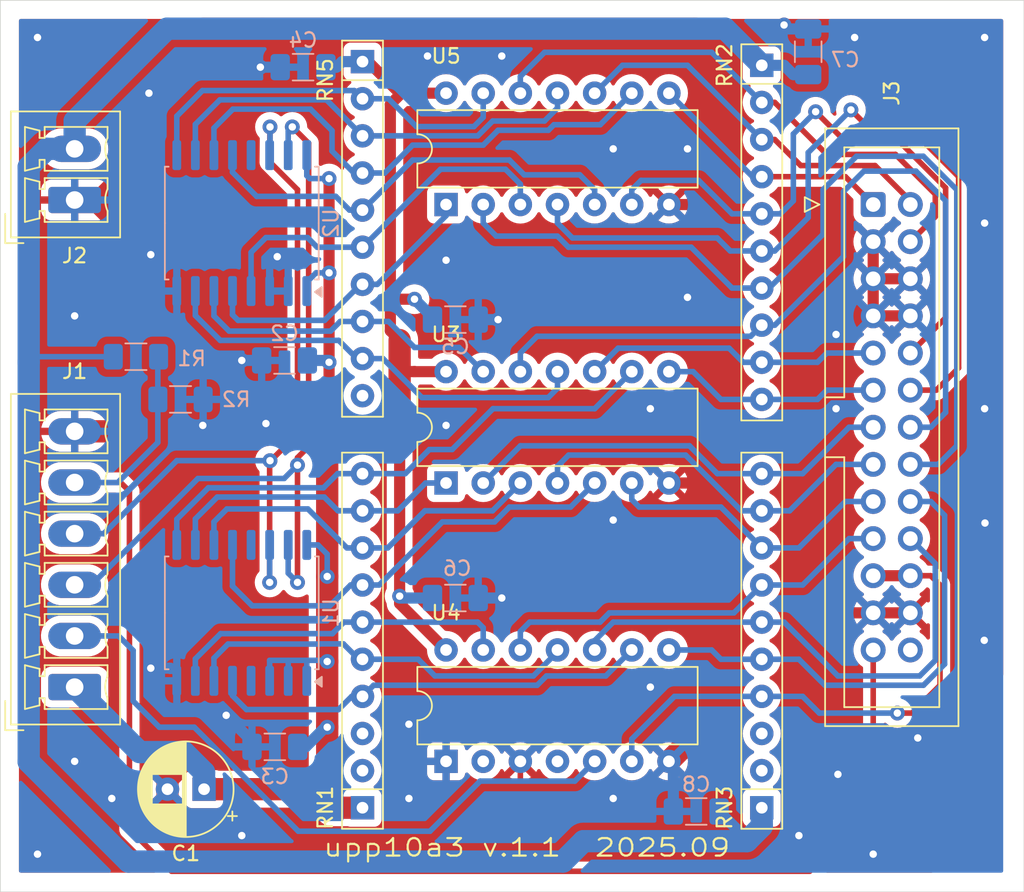
<source format=kicad_pcb>
(kicad_pcb (version 20221018) (generator pcbnew)
  (layers (0 "F.Cu" signal) (31 "B.Cu" signal) (34 "B.Paste" user) (35 "F.Paste" user) (36 "B.SilkS" user "B.Silkscreen") (37 "F.SilkS" user "F.Silkscreen") (38 "B.Mask" user) (39 "F.Mask" user) (44 "Edge.Cuts" user))
  (net 0 "")
  (net 1 "/+5V")
  (net 2 "/GND")
  (net 3 "Net-(J1-Pin_2)")
  (net 4 "/Sig2")
  (net 5 "Net-(J1-Pin_4)")
  (net 6 "/+15V")
  (net 7 "/AD1")
  (net 8 "/AD2")
  (net 9 "/AD0")
  (net 10 "/DAC05")
  (net 11 "/DAC04")
  (net 12 "/DAC06")
  (net 13 "/DAC03")
  (net 14 "/DAC07")
  (net 15 "/DAC02")
  (net 16 "/DAC08")
  (net 17 "/DAC01")
  (net 18 "/DAC09")
  (net 19 "/DAC00")
  (net 20 "/DAC10")
  (net 21 "/DAC11")
  (net 22 "/~{WR}")
  (net 28 "Net-(J1-Pin_3)")
  (net 29 "Net-(RN1-R7)")
  (net 30 "Net-(RN1-R8)")
  (net 31 "Net-(RN5-R1)")
  (net 33 "Net-(RN1-R5)")
  (net 34 "Net-(RN1-R6)")
  (net 36 "Net-(RN5-R2)")
  (net 37 "Net-(RN1-R4)")
  (net 39 "Net-(RN1-R3)")
  (net 40 "Net-(RN5-R5)")
  (net 41 "Net-(RN1-R9)")
  (net 45 "Net-(RN5-R3)")
  (net 46 "Net-(RN5-R4)")
  (net 47 "Net-(RN5-R8)")
  (net 48 "Net-(RN5-R7)")
  (net 49 "Net-(RN5-R6)")
  (footprint "Connector_IDC:IDC-Header_2x13_P2.54mm_Vertical" (layer "F.Cu") (at 110.49 90.17)
    (fp_text reference "J3")
    (fp_text value "IDC26")
  )
  (footprint "Resistor_THT:R_Array_SIP10" (layer "F.Cu") (at 102.87 80.645 -90)
    (fp_text reference "RN2")
    (fp_text value "9 x 4k7")
  )
  (footprint "Connector_Phoenix_MC:PhoenixContact_MCV_1,5_2-G-3.5_1x02_P3.50mm_Vertical" (layer "F.Cu") (at 55.88 89.86 90)
    (fp_text reference "J2")
    (fp_text value "Screw_Terminal_01x02" hide)
  )
  (footprint "Capacitor_THT:CP_Radial_D6.3mm_P2.50mm" (layer "F.Cu") (at 64.73 130.175 180)
    (fp_text reference "C1")
    (fp_text value "470u/6.3V")
  )
  (footprint "Resistor_THT:R_Array_SIP10" (layer "F.Cu") (at 75.565 80.391 -90)
    (fp_text reference "RN5")
    (fp_text value "9 x 10k")
  )
  (footprint "Package_DIP:CERDIP-14_W7.62mm_SideBrazed" (layer "F.Cu") (at 81.28 90.17 90)
    (fp_text reference "U5")
    (fp_text value "7407")
  )
  (footprint "Connector_Phoenix_MC:PhoenixContact_MCV_1,5_6-G-3.5_1x06_P3.50mm_Vertical" (layer "F.Cu") (at 55.88 123.19 90)
    (fp_text reference "J1")
    (fp_text value "Screw_Terminal_01x06" hide)
  )
  (footprint "Resistor_THT:R_Array_SIP10" (layer "F.Cu") (at 102.87 131.445 90)
    (fp_text reference "RN3")
    (fp_text value "9 x 4k7")
  )
  (footprint "Resistor_THT:R_Array_SIP10" (layer "F.Cu") (at 75.565 131.445 90)
    (fp_text reference "RN1")
    (fp_text value "9 x 10k")
  )
  (footprint "Package_DIP:CERDIP-14_W7.62mm_SideBrazed" (layer "F.Cu") (at 81.28 128.27 90)
    (fp_text reference "U4")
    (fp_text value "7407")
  )
  (footprint "Package_DIP:CERDIP-14_W7.62mm_SideBrazed" (layer "F.Cu") (at 81.28 109.225 90)
    (fp_text reference "U3")
    (fp_text value "7407")
  )
  (footprint "Package_SO:SOIC-16W_7.5x10.3mm_P1.27mm" (layer "B.Cu") (at 67.31 91.44 90)
    (fp_text reference "U2")
    (fp_text value "PCF8574")
  )
  (footprint "Capacitor_SMD:C_1206_3216Metric_Pad1.33x1.80mm_HandSolder" (layer "B.Cu") (at 106.045 79.7175 90)
    (fp_text reference "C7")
    (fp_text value "100n")
  )
  (footprint "Capacitor_SMD:C_1206_3216Metric_Pad1.33x1.80mm_HandSolder" (layer "B.Cu") (at 81.915 98.044)
    (fp_text reference "C5")
    (fp_text value "100n")
  )
  (footprint "Capacitor_SMD:C_1206_3216Metric_Pad1.33x1.80mm_HandSolder" (layer "B.Cu") (at 98.3865 131.699 180)
    (fp_text reference "C8")
    (fp_text value "100n")
  )
  (footprint "Resistor_SMD:R_1206_3216Metric_Pad1.30x1.75mm_HandSolder" (layer "B.Cu") (at 63.119 103.505)
    (fp_text reference "R2")
    (fp_text value "2k4")
  )
  (footprint "Capacitor_SMD:C_1206_3216Metric_Pad1.33x1.80mm_HandSolder" (layer "B.Cu") (at 81.915 117.094)
    (fp_text reference "C6")
    (fp_text value "100n")
  )
  (footprint "Capacitor_SMD:C_1206_3216Metric_Pad1.33x1.80mm_HandSolder" (layer "B.Cu") (at 69.5706 127.2794 180)
    (fp_text reference "C3")
    (fp_text value "100n")
  )
  (footprint "Resistor_SMD:R_1206_3216Metric_Pad1.30x1.75mm_HandSolder" (layer "B.Cu") (at 60.071 100.584)
    (fp_text reference "R1")
    (fp_text value "10k")
  )
  (footprint "Capacitor_SMD:C_1206_3216Metric_Pad1.33x1.80mm_HandSolder" (layer "B.Cu") (at 71.501 80.772 180)
    (fp_text reference "C4")
    (fp_text value "100n")
  )
  (footprint "Capacitor_SMD:C_1206_3216Metric_Pad1.33x1.80mm_HandSolder" (layer "B.Cu") (at 70.231 100.838 180)
    (fp_text reference "C2")
    (fp_text value "100n")
  )
  (footprint "Package_SO:SOIC-16W_7.5x10.3mm_P1.27mm" (layer "B.Cu") (at 67.31 118.11 90)
    (fp_text reference "U1")
    (fp_text value "PCF8574")
  )
  (gr_line locked (start 50.8 137.2) (end 120.8 137.2) (stroke (width 0.05)) (layer "Edge.Cuts"))
  (gr_line locked (start 120.8 76.2) (end 50.8 76.2) (stroke (width 0.05)) (layer "Edge.Cuts"))
  (gr_line locked (start 120.8 137.2) (end 120.8 76.2) (stroke (width 0.05)) (layer "Edge.Cuts"))
  (gr_line locked (start 50.8 76.2) (end 50.8 137.2) (stroke (width 0.05)) (layer "Edge.Cuts"))
  (gr_text "upp10a3\n2025.09.15" (at 119.38 135.89 90) (layer "F.Cu") (effects (font (size 1.5 1.5) (thickness 0.3) bold) (justify left bottom)))
  (gr_text "upp10a3 v.1.1  2025.09" (at 72.771 134.874) (layer "F.SilkS") (effects (font (size 1.2 1.5)) (justify left bottom)))
  (segment (start 81.28 101.605) (end 79.126 101.605) (width 0.762) (layer "F.Cu") (net 1))
  (segment (start 81.28 120.65) (end 78.105 117.475) (width 0.762) (layer "F.Cu") (net 1))
  (segment (start 79.121 82.55) (end 78.105 82.55) (width 0.762) (layer "F.Cu") (net 1))
  (segment (start 79.121 101.6) (end 78.105 101.6) (width 0.762) (layer "F.Cu") (net 1))
  (segment (start 73.279 94.8436) (end 73.279 88.392) (width 0.762) (layer "F.Cu") (net 1))
  (segment (start 64.73 130.175) (end 73.152 130.175) (width 1.524) (layer "F.Cu") (net 1))
  (segment (start 73.279 94.8436) (end 73.279 100.965) (width 0.762) (layer "F.Cu") (net 1))
  (segment (start 77.47 83.312) (end 78.232 82.55) (width 0.762) (layer "F.Cu") (net 1))
  (segment (start 73.152 115.6208) (end 73.152 106.045) (width 1.524) (layer "F.Cu") (net 1))
  (segment (start 77.851 105.791) (end 78.105 105.537) (width 1.524) (layer "F.Cu") (net 1))
  (segment (start 75.946 80.391) (end 75.565 80.391) (width 0.762) (layer "F.Cu") (net 1))
  (segment (start 78.232 82.55) (end 79.121 82.55) (width 0.762) (layer "F.Cu") (net 1))
  (segment (start 78.105 82.55) (end 75.946 80.391) (width 0.762) (layer "F.Cu") (net 1))
  (segment (start 73.152 121.4374) (end 73.152 125.9332) (width 1.524) (layer "F.Cu") (net 1))
  (segment (start 77.47 96.647) (end 77.47 83.312) (width 0.762) (layer "F.Cu") (net 1))
  (segment (start 81.28 82.55) (end 79.121 82.55) (width 0.762) (layer "F.Cu") (net 1))
  (segment (start 73.152 130.175) (end 73.152 131.064) (width 1.524) (layer "F.Cu") (net 1))
  (segment (start 79.126 101.605) (end 79.121 101.6) (width 0.762) (layer "F.Cu") (net 1))
  (segment (start 79.121 96.647) (end 77.47 96.647) (width 0.762) (layer "F.Cu") (net 1))
  (segment (start 73.406 105.791) (end 77.851 105.791) (width 1.524) (layer "F.Cu") (net 1))
  (segment (start 77.47 98.811) (end 77.47 96.647) (width 0.762) (layer "F.Cu") (net 1))
  (segment (start 73.152 125.9332) (end 73.152 130.175) (width 1.524) (layer "F.Cu") (net 1))
  (segment (start 78.105 99.446) (end 77.47 98.811) (width 0.762) (layer "F.Cu") (net 1))
  (segment (start 73.279 100.965) (end 73.279 105.664) (width 0.762) (layer "F.Cu") (net 1))
  (segment (start 73.152 115.6208) (end 73.152 121.4374) (width 1.524) (layer "F.Cu") (net 1))
  (segment (start 78.105 105.537) (end 78.105 101.6) (width 1.524) (layer "F.Cu") (net 1))
  (segment (start 78.105 117.475) (end 78.105 116.967) (width 0.762) (layer "F.Cu") (net 1))
  (segment (start 73.279 105.664) (end 73.406 105.791) (width 0.762) (layer "F.Cu") (net 1))
  (segment (start 78.105 101.6) (end 78.105 99.446) (width 1.524) (layer "F.Cu") (net 1))
  (segment (start 73.533 131.445) (end 75.565 131.445) (width 1.524) (layer "F.Cu") (net 1))
  (segment (start 78.105 106.045) (end 78.359 105.791) (width 0.762) (layer "F.Cu") (net 1))
  (segment (start 73.152 131.064) (end 73.533 131.445) (width 1.524) (layer "F.Cu") (net 1))
  (segment (start 78.105 116.967) (end 78.105 106.045) (width 0.762) (layer "F.Cu") (net 1))
  (segment (start 73.152 106.045) (end 73.406 105.791) (width 1.524) (layer "F.Cu") (net 1))
  (via (at 73.152 125.9332) (size 1.016) (drill 0.508) (layers "F.Cu" "B.Cu") (net 1))
  (via (at 73.152 115.6208) (size 1.016) (drill 0.508) (layers "F.Cu" "B.Cu") (net 1))
  (via (at 78.105 116.967) (size 1.016) (drill 0.508) (layers "F.Cu" "B.Cu") (net 1))
  (via (at 73.152 121.4374) (size 1.016) (drill 0.508) (layers "F.Cu" "B.Cu") (net 1))
  (via (at 79.121 96.647) (size 1.016) (drill 0.508) (layers "F.Cu" "B.Cu") (net 1))
  (via (at 73.279 88.392) (size 1.016) (drill 0.508) (layers "F.Cu" "B.Cu") (net 1))
  (via (at 73.279 100.965) (size 1.016) (drill 0.508) (layers "F.Cu" "B.Cu") (net 1))
  (via (at 73.279 94.8436) (size 1.016) (drill 0.508) (layers "F.Cu" "B.Cu") (net 1))
  (segment (start 80.3525 117.094) (end 78.232 117.094) (width 0.762) (layer "B.Cu") (net 1))
  (segment (start 64.73 129.0174) (end 64.73 130.175) (width 1.524) (layer "B.Cu") (net 1))
  (segment (start 71.755 96.09) (end 71.755 95.4786) (width 0.381) (layer "B.Cu") (net 1))
  (segment (start 73.025 125.9332) (end 71.6788 127.2794) (width 0.762) (layer "B.Cu") (net 1))
  (segment (start 63.3476 127.635) (end 64.73 129.0174) (width 1.524) (layer "B.Cu") (net 1))
  (segment (start 73.152 100.838) (end 73.279 100.965) (width 0.762) (layer "B.Cu") (net 1))
  (segment (start 70.485 122.8344) (end 70.4596 122.8598) (width 0.381) (layer "B.Cu") (net 1))
  (segment (start 73.0746 121.36) (end 73.152 121.4374) (width 0.381) (layer "B.Cu") (net 1))
  (segment (start 78.232 117.094) (end 78.105 116.967) (width 0.762) (layer "B.Cu") (net 1))
  (segment (start 71.755 88.19) (end 71.755 86.79) (width 0.381) (layer "B.Cu") (net 1))
  (segment (start 73.152 125.9332) (end 73.025 125.9332) (width 0.762) (layer "B.Cu") (net 1))
  (segment (start 71.755 113.46) (end 72.5152 113.46) (width 0.381) (layer "B.Cu") (net 1))
  (segment (start 71.755 95.4786) (end 72.39 94.8436) (width 0.381) (layer "B.Cu") (net 1))
  (segment (start 71.755 88.19) (end 71.957 88.392) (width 0.381) (layer "B.Cu") (net 1))
  (segment (start 71.755 121.36) (end 71.755 122.7836) (width 0.381) (layer "B.Cu") (net 1))
  (segment (start 72.5152 113.46) (end 73.152 114.0968) (width 0.381) (layer "B.Cu") (net 1))
  (segment (start 55.88 123.19) (end 60.325 127.635) (width 1.524) (layer "B.Cu") (net 1))
  (segment (start 73.0635 80.772) (end 73.787 80.772) (width 0.762) (layer "B.Cu") (net 1))
  (segment (start 71.6788 127.2794) (end 71.1331 127.2794) (width 0.762) (layer "B.Cu") (net 1))
  (segment (start 71.755 122.7836) (end 71.8312 122.8598) (width 0.381) (layer "B.Cu") (net 1))
  (segment (start 72.39 94.8436) (end 73.279 94.8436) (width 0.381) (layer "B.Cu") (net 1))
  (segment (start 71.7935 100.838) (end 73.152 100.838) (width 0.762) (layer "B.Cu") (net 1))
  (segment (start 71.957 88.392) (end 73.279 88.392) (width 0.381) (layer "B.Cu") (net 1))
  (segment (start 70.485 121.36) (end 70.485 122.8344) (width 0.381) (layer "B.Cu") (net 1))
  (segment (start 69.215 121.36) (end 69.215 122.6566) (width 0.381) (layer "B.Cu") (net 1))
  (segment (start 80.3525 97.8785) (end 79.121 96.647) (width 0.762) (layer "B.Cu") (net 1))
  (segment (start 69.215 121.36) (end 73.0746 121.36) (width 0.381) (layer "B.Cu") (net 1))
  (segment (start 73.787 80.772) (end 74.168 80.391) (width 0.762) (layer "B.Cu") (net 1))
  (segment (start 60.325 127.635) (end 63.3476 127.635) (width 1.524) (layer "B.Cu") (net 1))
  (segment (start 74.168 80.391) (end 75.565 80.391) (width 0.762) (layer "B.Cu") (net 1))
  (segment (start 80.3525 98.044) (end 80.3525 97.8785) (width 0.762) (layer "B.Cu") (net 1))
  (segment (start 73.152 114.0968) (end 73.152 115.6208) (width 0.381) (layer "B.Cu") (net 1))
  (segment (start 61.087 100.203) (end 64.008 100.203) (width 1.524) (layer "F.Cu") (net 2))
  (segment (start 60.96 81.915) (end 64.736 78.139) (width 1.524) (layer "F.Cu") (net 2))
  (segment (start 67.31 133.35) (end 68.326 134.366) (width 1.524) (layer "F.Cu") (net 2))
  (segment (start 97.79 96.52) (end 98.698 97.428) (width 1.524) (layer "F.Cu") (net 2))
  (segment (start 98.698 98.044) (end 98.698 105.791) (width 1.524) (layer "F.Cu") (net 2))
  (segment (start 110.49 97.79) (end 113.03 97.79) (width 0.762) (layer "F.Cu") (net 2))
  (segment (start 61.087 100.203) (end 61.087 104.14) (width 1.524) (layer "F.Cu") (net 2))
  (segment (start 64.643 105.283) (end 61.214 105.283) (width 0.381) (layer "F.Cu") (net 2))
  (segment (start 105.41 133.35) (end 106.045 133.35) (width 1.524) (layer "F.Cu") (net 2))
  (segment (start 98.698 87.268) (end 98.698 90.043) (width 1.524) (layer "F.Cu") (net 2))
  (segment (start 98.698 114.554) (end 98.698 126.092) (width 1.524) (layer "F.Cu") (net 2))
  (segment (start 67.31 100.965) (end 66.04 102.235) (width 0.762) (layer "F.Cu") (net 2))
  (segment (start 62.23 131.30637) (end 65.28963 134.366) (width 1.524) (layer "F.Cu") (net 2))
  (segment (start 99.352 77.885) (end 98.698 78.539) (width 0.762) (layer "F.Cu") (net 2))
  (segment (start 66.04 102.235) (end 68.961 105.156) (width 1.524) (layer "F.Cu") (net 2))
  (segment (start 64.736 78.139) (end 68.707 78.139) (width 1.524) (layer "F.Cu") (net 2))
  (segment (start 107.696 98.806) (end 107.95 99.06) (width 1.524) (layer "F.Cu") (net 2))
  (segment (start 55.88 89.86) (end 57.68 89.86) (width 1.524) (layer "F.Cu") (net 2))
  (segment (start 60.807 105.69) (end 61.087 105.41) (width 1.524) (layer "F.Cu") (net 2))
  (segment (start 65.3288 124.206) (end 61.087 124.206) (width 0.762) (layer "F.Cu") (net 2))
  (segment (start 60.96 82.55) (end 60.96 81.915) (width 1.524) (layer "F.Cu") (net 2))
  (segment (start 68.58 78.266) (end 68.707 78.139) (width 0.762) (layer "F.Cu") (net 2))
  (segment (start 98.698 97.428) (end 98.698 98.044) (width 1.524) (layer "F.Cu") (net 2))
  (segment (start 107.696 98.552) (end 107.696 98.806) (width 1.524) (layer "F.Cu") (net 2))
  (segment (start 86.36 128.27) (end 86.36 134.366) (width 0.381) (layer "F.Cu") (net 2))
  (segment (start 62.23 130.175) (end 62.23 131.30637) (width 1.524) (layer "F.Cu") (net 2))
  (segment (start 86.36 134.366) (end 105.029 134.366) (width 1.524) (layer "F.Cu") (net 2))
  (segment (start 67.31 100.838) (end 67.31 100.965) (width 0.762) (layer "F.Cu") (net 2))
  (segment (start 59.055 83.82) (end 60.325 82.55) (width 1.524) (layer "F.Cu") (net 2))
  (segment (start 66.294 134.366) (end 67.31 133.35) (width 1.524) (layer "F.Cu") (net 2))
  (segment (start 69.7357 93.7387) (end 61.2267 93.7387) (width 0.762) (layer "F.Cu") (net 2))
  (segment (start 61.087 124.206) (end 61.087 126.492) (width 1.524) (layer "F.Cu") (net 2))
  (segment (start 98.566 109.225) (end 98.698 109.093) (width 0.762) (layer "F.Cu") (net 2))
  (segment (start 110.49 95.25) (end 113.03 95.25) (width 0.762) (layer "F.Cu") (net 2))
  (segment (start 61.2267 93.7387) (end 61.087 93.599) (width 0.762) (layer "F.Cu") (net 2))
  (segment (start 61.087 93.599) (end 61.087 100.203) (width 1.524) (layer "F.Cu") (net 2))
  (segment (start 107.95 104.14) (end 107.696 104.394) (width 1.524) (layer "F.Cu") (net 2))
  (segment (start 107.95 131.445) (end 107.95 129.159) (width 1.524) (layer "F.Cu") (net 2))
  (segment (start 98.698 92.837) (end 98.698 95.612) (width 1.524) (layer "F.Cu") (net 2))
  (segment (start 61.087 121.8946) (end 61.087 124.206) (width 1.524) (layer "F.Cu") (net 2))
  (segment (start 81.28 134.366) (end 86.36 134.366) (width 1.524) (layer "F.Cu") (net 2))
  (segment (start 81.28 128.27) (end 81.28 134.366) (width 0.381) (layer "F.Cu") (net 2))
  (segment (start 108.458 97.79) (end 107.696 98.552) (width 1.524) (layer "F.Cu") (net 2))
  (segment (start 61.087 105.41) (end 61.087 121.8946) (width 1.524) (layer "F.Cu") (net 2))
  (segment (start 108.585 118.11) (end 110.49 118.11) (width 0.762) (layer "F.Cu") (net 2))
  (segment (start 57.348 89.86) (end 61.087 93.599) (width 1.524) (layer "F.Cu") (net 2))
  (segment (start 107.696 100.711) (end 107.696 103.886) (width 1.524) (layer "F.Cu") (net 2))
  (segment (start 64.008 100.203) (end 66.04 102.235) (width 1.524) (layer "F.Cu") (net 2))
  (segment (start 61.087 104.14) (end 61.087 105.41) (width 1.524) (layer "F.Cu") (net 2))
  (segment (start 68.58 80.772) (end 68.58 78.266) (width 0.762) (layer "F.Cu") (net 2))
  (segment (start 84.836 98.044) (end 98.698 98.044) (width 0.762) (layer "F.Cu") (net 2))
  (segment (start 61.214 105.283) (end 61.087 105.41) (width 0.381) (layer "F.Cu") (net 2))
  (segment (start 55.88 89.86) (end 57.348 89.86) (width 1.524) (layer "F.Cu") (net 2))
  (segment (start 66.2432 125.1204) (end 65.3288 124.206) (width 0.762) (layer "F.Cu") (net 2))
  (segment (start 110.49 92.71) (end 110.49 97.79) (width 0.762) (layer "F.Cu") (net 2))
  (segment (start 105.029 134.366) (end 105.41 133.985) (width 1.524) (layer "F.Cu") (net 2))
  (segment (start 68.707 78.139) (end 98.298 78.139) (width 1.524) (layer "F.Cu") (net 2))
  (segment (start 98.698 126.092) (end 96.52 128.27) (width 1.524) (layer "F.Cu") (net 2))
  (segment (start 81.28 105.283) (end 94.234 105.283) (width 1.524) (layer "F.Cu") (net 2))
  (segment (start 98.698 78.539) (end 98.698 85.452) (width 1.524) (layer "F.Cu") (net 2))
  (segment (start 110.49 97.79) (end 108.458 97.79) (width 1.524) (layer "F.Cu") (net 2))
  (segment (start 59.055 88.485) (end 59.055 83.82) (width 1.524) (layer "F.Cu") (net 2))
  (segment (start 107.696 99.314) (end 107.696 100.711) (width 1.524) (layer "F.Cu") (net 2))
  (segment (start 85.09 117.094) (end 87.63 114.554) (width 0.762) (layer "F.Cu") (net 2))
  (segment (start 60.325 82.55) (end 60.96 82.55) (width 1.524) (layer "F.Cu") (net 2))
  (segment (start 107.95 99.06) (end 107.696 99.314) (width 1.524) (layer "F.Cu") (net 2))
  (segment (start 107.696 105.791) (end 107.696 117.221) (width 1.524) (layer "F.Cu") (net 2))
  (segment (start 98.698 105.791) (end 107.696 105.791) (width 1.524) (layer "F.Cu") (net 2))
  (segment (start 107.696 103.886) (end 107.95 104.14) (width 1.524) (layer "F.Cu") (net 2))
  (segment (start 110.49 118.11) (end 113.03 118.11) (width 0.762) (layer "F.Cu") (net 2))
  (segment (start 96.52 109.225) (end 98.566 109.225) (width 0.762) (layer "F.Cu") (net 2))
  (segment (start 62.23 127.635) (end 62.23 130.175) (width 1.524) (layer "F.Cu") (net 2))
  (segment (start 104.394 77.885) (end 99.352 77.885) (width 0.762) (layer "F.Cu") (net 2))
  (segment (start 61.087 126.492) (end 62.23 127.635) (width 1.524) (layer "F.Cu") (net 2))
  (segment (start 98.698 105.791) (end 98.698 109.093) (width 1.524) (layer "F.Cu") (net 2))
  (segment (start 87.63 114.554) (end 98.698 114.554) (width 0.762) (layer "F.Cu") (net 2))
  (segment (start 108.585 118.11) (end 107.696 117.221) (width 0.762) (layer "F.Cu") (net 2))
  (segment (start 98.698 109.093) (end 98.698 114.554) (width 1.524) (layer "F.Cu") (net 2))
  (segment (start 96.52 90.17) (end 98.571 90.17) (width 0.762) (layer "F.Cu") (net 2))
  (segment (start 57.68 89.86) (end 59.055 88.485) (width 1.524) (layer "F.Cu") (net 2))
  (segment (start 97.79 86.36) (end 98.698 87.268) (width 1.524) (layer "F.Cu") (net 2))
  (segment (start 68.326 134.366) (end 81.28 134.366) (width 1.524) (layer "F.Cu") (net 2))
  (segment (start 105.41 133.985) (end 105.41 133.35) (width 1.524) (layer "F.Cu") (net 2))
  (segment (start 98.298 78.139) (end 98.698 78.539) (width 1.524) (layer "F.Cu") (net 2))
  (segment (start 55.88 105.69) (end 60.807 105.69) (width 1.524) (layer "F.Cu") (net 2))
  (segment (start 98.698 85.452) (end 97.79 86.36) (width 1.524) (layer "F.Cu") (net 2))
  (segment (start 98.698 95.612) (end 97.79 96.52) (width 1.524) (layer "F.Cu") (net 2))
  (segment (start 98.571 90.17) (end 98.698 90.043) (width 0.762) (layer "F.Cu") (net 2))
  (segment (start 65.28963 134.366) (end 66.294 134.366) (width 1.524) (layer "F.Cu") (net 2))
  (segment (start 107.696 104.394) (end 107.696 105.791) (width 1.524) (layer "F.Cu") (net 2))
  (segment (start 106.045 133.35) (end 107.95 131.445) (width 1.524) (layer "F.Cu") (net 2))
  (segment (start 107.95 129.159) (end 108.077 129.159) (width 1.524) (layer "F.Cu") (net 2))
  (segment (start 98.698 90.043) (end 98.698 92.837) (width 1.524) (layer "F.Cu") (net 2))
  (via (at 61.087 93.599) (size 1.016) (drill 0.508) (layers "F.Cu" "B.Cu") (net 2))
  (via (at 97.79 96.52) (size 1.016) (drill 0.508) (layers "F.Cu" "B.Cu") (net 2))
  (via (at 110.49 134.62) (size 1.016) (drill 0.508) (layers "F.Cu" "B.Cu") (net 2))
  (via (at 69.7357 93.7387) (size 1.016) (drill 0.508) (layers "F.Cu" "B.Cu") (net 2))
  (via (at 92.71 111.76) (size 1.016) (drill 0.508) (layers "F.Cu" "B.Cu") (net 2))
  (via (at 58.42 130.81) (size 1.016) (drill 0.508) (layers "F.Cu" "B.Cu") (net 2))
  (via (at 118.11 91.44) (size 1.016) (drill 0.508) (layers "F.Cu" "B.Cu") (net 2))
  (via (at 118.0846 119.9896) (size 1.016) (drill 0.508) (layers "F.Cu" "B.Cu") (net 2))
  (via (at 66.2432 125.1204) (size 1.016) (drill 0.508) (layers "F.Cu" "B.Cu") (net 2))
  (via (at 67.31 100.838) (size 1.016) (drill 0.508) (layers "F.Cu" "B.Cu") (net 2))
  (via (at 85.09 80.01) (size 1.016) (drill 0.508) (layers "F.Cu" "B.Cu") (net 2))
  (via (at 92.71 130.81) (size 1.016) (drill 0.508) (layers "F.Cu" "B.Cu") (net 2))
  (via (at 108.077 129.159) (size 1.016) (drill 0.508) (layers "F.Cu" "B.Cu") (net 2))
  (via (at 68.58 80.772) (size 1.016) (drill 0.508) (layers "F.Cu" "B.Cu") (net 2))
  (via (at 61.087 121.8946) (size 1.016) (drill 0.508) (layers "F.Cu" "B.Cu") (net 2))
  (via (at 80.01 80.01) (size 1.016) (drill 0.508) (layers "F.Cu" "B.Cu") (net 2))
  (via (at 95.25 123.19) (size 1.016) (drill 0.508) (layers "F.Cu" "B.Cu") (net 2))
  (via (at 118.11 78.74) (size 1.016) (drill 0.508) (layers "F.Cu" "B.Cu") (net 2))
  (via (at 107.95 99.06) (size 1.016) (drill 0.508) (layers "F.Cu" "B.Cu") (net 2))
  (via (at 55.88 128.27) (size 1.016) (drill 0.508) (layers "F.Cu" "B.Cu") (net 2))
  (via (at 84.836 98.044) (size 1.016) (drill 0.508) (layers "F.Cu" "B.Cu") (net 2))
  (via (at 113.538 126.6698) (size 1.016) (drill 0.508) (layers "F.Cu" "B.Cu") (net 2))
  (via (at 92.71 86.36) (size 1.016) (drill 0.508) (layers "F.Cu" "B.Cu") (net 2))
  (via (at 118.11 104.14) (size 1.016) (drill 0.508) (layers "F.Cu" "B.Cu") (net 2))
  (via (at 60.96 82.55) (size 1.016) (drill 0.508) (layers "F.Cu" "B.Cu") (net 2))
  (via (at 95.25 104.14) (size 1.016) (drill 0.508) (layers "F.Cu" "B.Cu") (net 2))
  (via (at 78.74 130.81) (size 1.016) (drill 0.508) (layers "F.Cu" "B.Cu") (net 2))
  (via (at 97.79 86.36) (size 1.016) (drill 0.508) (layers "F.Cu" "B.Cu") (net 2))
  (via (at 55.88 97.79) (size 1.016) (drill 0.508) (layers "F.Cu" "B.Cu") (net 2))
  (via (at 53.34 78.74) (size 1.016) (drill 0.508) (layers "F.Cu" "B.Cu") (net 2))
  (via (at 107.95 104.14) (size 1.016) (drill 0.508) (layers "F.Cu" "B.Cu") (net 2))
  (via (at 67.31 133.35) (size 1.016) (drill 0.508) (layers "F.Cu" "B.Cu") (net 2))
  (via (at 85.09 117.094) (size 1.016) (drill 0.508) (layers "F.Cu" "B.Cu") (net 2))
  (via (at 105.41 133.35) (size 1.016) (drill 0.508) (layers "F.Cu" "B.Cu") (net 2))
  (via (at 53.34 134.62) (size 1.016) (drill 0.508) (layers "F.Cu" "B.Cu") (net 2))
  (via (at 78.74 125.73) (size 1.016) (drill 0.508) (layers "F.Cu" "B.Cu") (net 2))
  (via (at 118.1354 111.9632) (size 1.016) (drill 0.508) (layers "F.Cu" "B.Cu") (net 2))
  (via (at 104.394 77.885) (size 1.016) (drill 0.508) (layers "F.Cu" "B.Cu") (net 2))
  (via (at 68.961 105.156) (size 1.016) (drill 0.508) (layers "F.Cu" "B.Cu") (net 2))
  (via (at 64.643 105.283) (size 1.016) (drill 0.508) (layers "F.Cu" "B.Cu") (net 2))
  (via (at 81.28 105.283) (size 1.016) (drill 0.508) (layers "F.Cu" "B.Cu") (net 2))
  (via (at 109.22 78.74) (size 1.016) (drill 0.508) (layers "F.Cu" "B.Cu") (net 2))
  (via (at 81.28 93.98) (size 1.016) (drill 0.508) (layers "F.Cu" "B.Cu") (net 2))
  (segment (start 68.0081 126.8853) (end 68.0081 127.2794) (width 0.762) (layer "B.Cu") (net 2))
  (segment (start 62.865 94.5388) (end 61.9252 93.599) (width 0.381) (layer "B.Cu") (net 2))
  (segment (start 106.045 78.155) (end 104.698 78.155) (width 0.762) (layer "B.Cu") (net 2))
  (segment (start 81.134 105.429) (end 81.28 105.283) (width 1.524) (layer "B.Cu") (net 2))
  (segment (start 62.4332 121.92) (end 62.865 122.3518) (width 0.381) (layer "B.Cu") (net 2))
  (segment (start 62.865 96.09) (end 62.865 94.5388) (width 0.381) (layer "B.Cu") (net 2))
  (segment (start 96.824 131.699) (end 96.824 128.574) (width 0.762) (layer "B.Cu") (net 2))
  (segment (start 69.234 105.429) (end 81.134 105.429) (width 1.524) (layer "B.Cu") (net 2))
  (segment (start 66.2432 125.1204) (end 68.0081 126.8853) (width 0.762) (layer "B.Cu") (net 2))
  (segment (start 62.4078 121.8946) (end 61.087 121.8946) (width 0.762) (layer "B.Cu") (net 2))
  (segment (start 104.394 77.851) (end 104.394 77.885) (width 0.762) (layer "B.Cu") (net 2))
  (segment (start 68.6685 100.838) (end 67.31 100.838) (width 0.762) (layer "B.Cu") (net 2))
  (segment (start 62.4332 121.92) (end 62.4078 121.8946) (width 0.762) (layer "B.Cu") (net 2))
  (segment (start 69.9385 80.772) (end 68.58 80.772) (width 0.762) (layer "B.Cu") (net 2))
  (segment (start 83.4775 98.044) (end 84.836 98.044) (width 0.762) (layer "B.Cu") (net 2))
  (segment (start 96.824 128.574) (end 96.52 128.27) (width 0.762) (layer "B.Cu") (net 2))
  (segment (start 61.9252 93.599) (end 61.087 93.599) (width 0.762) (layer "B.Cu") (net 2))
  (segment (start 83.4775 117.094) (end 85.09 117.094) (width 0.762) (layer "B.Cu") (net 2))
  (segment (start 64.669 103.505) (end 64.669 105.257) (width 0.381) (layer "B.Cu") (net 2))
  (segment (start 69.7357 93.7387) (end 69.215 94.2594) (width 0.381) (layer "B.Cu") (net 2))
  (segment (start 69.215 94.2594) (end 69.215 96.09) (width 0.381) (layer "B.Cu") (net 2))
  (segment (start 70.485 96.09) (end 70.485 94.488) (width 0.381) (layer "B.Cu") (net 2))
  (segment (start 64.669 105.257) (end 64.643 105.283) (width 0.381) (layer "B.Cu") (net 2))
  (segment (start 68.961 105.156) (end 69.234 105.429) (width 1.524) (layer "B.Cu") (net 2))
  (segment (start 62.865 122.3518) (end 62.865 122.76) (width 0.381) (layer "B.Cu") (net 2))
  (segment (start 108.077 129.159) (end 113.538 126.6698) (width 1.524) (layer "B.Cu") (net 2))
  (segment (start 104.698 78.155) (end 104.394 77.851) (width 0.762) (layer "B.Cu") (net 2))
  (segment (start 70.485 94.488) (end 69.7357 93.7387) (width 0.381) (layer "B.Cu") (net 2))
  (segment (start 83.6105 129.6225) (end 80.1815 133.0515) (width 0.381) (layer "B.Cu") (net 3))
  (segment (start 80.1815 133.0515) (end 71.1771 133.0515) (width 0.381) (layer "B.Cu") (net 3))
  (segment (start 59.8805 120.6881) (end 58.8824 119.69) (width 0.381) (layer "B.Cu") (net 3))
  (segment (start 90.0875 129.6225) (end 83.6105 129.6225) (width 0.381) (layer "B.Cu") (net 3))
  (segment (start 71.1771 133.0515) (end 64.0588 125.9332) (width 0.381) (layer "B.Cu") (net 3))
  (segment (start 58.8824 119.69) (end 55.88 119.69) (width 0.381) (layer "B.Cu") (net 3))
  (segment (start 64.0588 125.9332) (end 61.6712 125.9332) (width 0.381) (layer "B.Cu") (net 3))
  (segment (start 59.8805 124.1425) (end 59.8805 120.6881) (width 0.381) (layer "B.Cu") (net 3))
  (segment (start 91.44 128.27) (end 90.0875 129.6225) (width 0.381) (layer "B.Cu") (net 3))
  (segment (start 61.6712 125.9332) (end 59.8805 124.1425) (width 0.381) (layer "B.Cu") (net 3))
  (segment (start 55.88 109.19) (end 59.025 109.19) (width 0.381) (layer "F.Cu") (net 4))
  (segment (start 59.025 109.19) (end 59.6265 109.7915) (width 0.381) (layer "F.Cu") (net 4))
  (segment (start 106.1425 135.7925) (end 110.49 131.445) (width 0.381) (layer "F.Cu") (net 4))
  (segment (start 59.6265 132.9055) (end 62.5135 135.7925) (width 0.381) (layer "F.Cu") (net 4))
  (segment (start 59.6265 109.7915) (end 59.6265 132.9055) (width 0.381) (layer "F.Cu") (net 4))
  (segment (start 110.49 131.445) (end 110.49 120.65) (width 0.381) (layer "F.Cu") (net 4))
  (segment (start 62.5135 135.7925) (end 106.1425 135.7925) (width 0.381) (layer "F.Cu") (net 4))
  (segment (start 58.831 109.19) (end 61.569 106.452) (width 0.381) (layer "B.Cu") (net 4))
  (segment (start 61.569 103.505) (end 61.569 106.452) (width 0.381) (layer "B.Cu") (net 4))
  (segment (start 61.569 103.505) (end 61.569 100.636) (width 0.381) (layer "B.Cu") (net 4))
  (segment (start 55.88 109.19) (end 58.831 109.19) (width 0.381) (layer "B.Cu") (net 4))
  (segment (start 61.569 100.636) (end 61.621 100.584) (width 0.381) (layer "B.Cu") (net 4))
  (segment (start 69.2912 107.696) (end 69.2404 107.696) (width 0.381) (layer "F.Cu") (net 5))
  (segment (start 71.12 89.154) (end 71.12 105.8672) (width 0.381) (layer "F.Cu") (net 5))
  (segment (start 69.215 87.249) (end 71.12 89.154) (width 0.381) (layer "F.Cu") (net 5))
  (segment (start 71.12 105.8672) (end 69.2912 107.696) (width 0.381) (layer "F.Cu") (net 5))
  (segment (start 69.215 107.7214) (end 69.2404 107.696) (width 0.381) (layer "F.Cu") (net 5))
  (segment (start 69.215 116.0272) (end 69.215 107.7214) (width 0.381) (layer "F.Cu") (net 5))
  (segment (start 69.2404 84.8614) (end 69.215 87.249) (width 0.381) (layer "F.Cu") (net 5))
  (via (at 69.215 116.0272) (size 1.016) (drill 0.508) (layers "F.Cu" "B.Cu") (net 5))
  (via (at 69.2404 84.8614) (size 1.016) (drill 0.508) (layers "F.Cu" "B.Cu") (net 5))
  (via (at 69.2404 107.696) (size 1.016) (drill 0.508) (layers "F.Cu" "B.Cu") (net 5))
  (segment (start 57.871 112.69) (end 62.865 107.696) (width 0.381) (layer "B.Cu") (net 5))
  (segment (start 55.88 112.69) (end 57.871 112.69) (width 0.381) (layer "B.Cu") (net 5))
  (segment (start 62.865 107.696) (end 69.2404 107.696) (width 0.381) (layer "B.Cu") (net 5))
  (segment (start 69.215 113.46) (end 69.215 116.0272) (width 0.381) (layer "B.Cu") (net 5))
  (segment (start 69.2404 86.7646) (end 69.2404 84.8614) (width 0.381) (layer "B.Cu") (net 5))
  (segment (start 69.215 86.79) (end 69.2404 86.7646) (width 0.381) (layer "B.Cu") (net 5))
  (segment (start 55.88 86.36) (end 55.382678 86.36) (width 1.524) (layer "F.Cu") (net 6))
  (segment (start 52.739 128.304) (end 59.563 135.128) (width 1.524) (layer "B.Cu") (net 6))
  (segment (start 106.045 81.28) (end 105.029 81.28) (width 0.762) (layer "B.Cu") (net 6))
  (segment (start 104.394 80.645) (end 102.87 80.645) (width 0.762) (layer "B.Cu") (net 6))
  (segment (start 99.949 131.699) (end 101.9175 133.6675) (width 0.762) (layer "B.Cu") (net 6))
  (segment (start 102.87 132.715) (end 102.87 131.445) (width 1.524) (layer "B.Cu") (net 6))
  (segment (start 100.364 78.139) (end 62.196 78.139) (width 1.524) (layer "B.Cu") (net 6))
  (segment (start 53.975 86.36) (end 52.739 87.596) (width 1.524) (layer "B.Cu") (net 6))
  (segment (start 52.739 100.965) (end 52.739 128.304) (width 1.524) (layer "B.Cu") (net 6))
  (segment (start 89.281 135.128) (end 90.678 133.731) (width 1.524) (layer "B.Cu") (net 6))
  (segment (start 55.88 86.36) (end 53.975 86.36) (width 1.524) (layer "B.Cu") (net 6))
  (segment (start 105.029 81.28) (end 104.394 80.645) (width 0.762) (layer "B.Cu") (net 6))
  (segment (start 53.12 100.584) (end 52.739 100.965) (width 0.381) (layer "B.Cu") (net 6))
  (segment (start 59.563 135.128) (end 89.281 135.128) (width 1.524) (layer "B.Cu") (net 6))
  (segment (start 90.678 133.731) (end 101.854 133.731) (width 1.524) (layer "B.Cu") (net 6))
  (segment (start 62.196 78.139) (end 55.88 84.455) (width 1.524) (layer "B.Cu") (net 6))
  (segment (start 102.87 80.645) (end 100.364 78.139) (width 1.524) (layer "B.Cu") (net 6))
  (segment (start 58.521 100.584) (end 53.12 100.584) (width 0.381) (layer "B.Cu") (net 6))
  (segment (start 55.88 84.455) (end 55.88 86.36) (width 1.524) (layer "B.Cu") (net 6))
  (segment (start 101.9175 133.6675) (end 102.87 132.715) (width 1.524) (layer "B.Cu") (net 6))
  (segment (start 101.854 133.731) (end 101.9175 133.6675) (width 1.524) (layer "B.Cu") (net 6))
  (segment (start 52.739 87.596) (end 52.739 100.965) (width 1.524) (layer "B.Cu") (net 6))
  (segment (start 108.585 88.265) (end 102.87 88.265) (width 0.381) (layer "F.Cu") (net 7))
  (segment (start 110.49 90.17) (end 108.585 88.265) (width 0.381) (layer "F.Cu") (net 7))
  (segment (start 102.235 88.265) (end 96.52 82.55) (width 0.381) (layer "B.Cu") (net 7))
  (segment (start 102.87 88.265) (end 102.235 88.265) (width 0.381) (layer "B.Cu") (net 7))
  (segment (start 113.03 90.17) (end 113.03 89.916) (width 0.381) (layer "F.Cu") (net 8))
  (segment (start 110.617 87.503) (end 105.537 87.503) (width 0.381) (layer "F.Cu") (net 8))
  (segment (start 113.03 89.916) (end 110.617 87.503) (width 0.381) (layer "F.Cu") (net 8))
  (segment (start 103.759 85.725) (end 102.87 85.725) (width 0.381) (layer "F.Cu") (net 8))
  (segment (start 105.537 87.503) (end 103.759 85.725) (width 0.381) (layer "F.Cu") (net 8))
  (segment (start 97.79 80.645) (end 93.345 80.645) (width 0.381) (layer "B.Cu") (net 8))
  (segment (start 102.87 85.725) (end 97.79 80.645) (width 0.381) (layer "B.Cu") (net 8))
  (segment (start 93.345 80.645) (end 91.44 82.55) (width 0.381) (layer "B.Cu") (net 8))
  (segment (start 113.03 92.71) (end 114.7365 91.0035) (width 0.381) (layer "F.Cu") (net 9))
  (segment (start 114.7365 89.4635) (end 112.014 86.741) (width 0.381) (layer "F.Cu") (net 9))
  (segment (start 114.7365 91.0035) (end 114.7365 89.4635) (width 0.381) (layer "F.Cu") (net 9))
  (segment (start 103.759 83.185) (end 102.87 83.185) (width 0.381) (layer "F.Cu") (net 9))
  (segment (start 112.014 86.741) (end 107.315 86.741) (width 0.381) (layer "F.Cu") (net 9))
  (segment (start 107.315 86.741) (end 103.759 83.185) (width 0.381) (layer "F.Cu") (net 9))
  (segment (start 86.36 81.407) (end 86.36 82.55) (width 0.381) (layer "B.Cu") (net 9))
  (segment (start 102.87 83.185) (end 99.441 79.756) (width 0.381) (layer "B.Cu") (net 9))
  (segment (start 88.011 79.756) (end 86.36 81.407) (width 0.381) (layer "B.Cu") (net 9))
  (segment (start 99.441 79.756) (end 88.011 79.756) (width 0.381) (layer "B.Cu") (net 9))
  (segment (start 107.315 100.33) (end 106.68 100.965) (width 0.381) (layer "B.Cu") (net 10))
  (segment (start 93.0465 99.9985) (end 100.6335 99.9985) (width 0.381) (layer "B.Cu") (net 10))
  (segment (start 106.68 100.965) (end 102.87 100.965) (width 0.381) (layer "B.Cu") (net 10))
  (segment (start 101.6 100.965) (end 102.87 100.965) (width 0.381) (layer "B.Cu") (net 10))
  (segment (start 100.6335 99.9985) (end 101.6 100.965) (width 0.381) (layer "B.Cu") (net 10))
  (segment (start 91.44 101.605) (end 93.0465 99.9985) (width 0.381) (layer "B.Cu") (net 10))
  (segment (start 110.49 100.33) (end 107.315 100.33) (width 0.381) (layer "B.Cu") (net 10))
  (segment (start 108.585 85.852) (end 112.268 85.852) (width 0.381) (layer "F.Cu") (net 11))
  (segment (start 112.268 85.852) (end 115.443 89.027) (width 0.381) (layer "F.Cu") (net 11))
  (segment (start 115.443 89.027) (end 115.443 97.917) (width 0.381) (layer "F.Cu") (net 11))
  (segment (start 106.553 83.82) (end 108.585 85.852) (width 0.381) (layer "F.Cu") (net 11))
  (segment (start 115.443 97.917) (end 113.03 100.33) (width 0.381) (layer "F.Cu") (net 11))
  (via (at 106.553 83.82) (size 1.016) (drill 0.508) (layers "F.Cu" "B.Cu") (net 11))
  (segment (start 98.552 88.519) (end 100.838 90.805) (width 0.381) (layer "B.Cu") (net 11))
  (segment (start 100.838 90.805) (end 102.87 90.805) (width 0.381) (layer "B.Cu") (net 11))
  (segment (start 93.98 89.154) (end 94.615 88.519) (width 0.381) (layer "B.Cu") (net 11))
  (segment (start 105.029 85.344) (end 105.029 89.916) (width 0.381) (layer "B.Cu") (net 11))
  (segment (start 105.029 89.916) (end 104.14 90.805) (width 0.381) (layer "B.Cu") (net 11))
  (segment (start 104.14 90.805) (end 102.87 90.805) (width 0.381) (layer "B.Cu") (net 11))
  (segment (start 106.553 83.82) (end 105.029 85.344) (width 0.381) (layer "B.Cu") (net 11))
  (segment (start 94.615 88.519) (end 98.552 88.519) (width 0.381) (layer "B.Cu") (net 11))
  (segment (start 93.98 90.17) (end 93.98 89.154) (width 0.381) (layer "B.Cu") (net 11))
  (segment (start 96.52 101.605) (end 98.176 101.605) (width 0.381) (layer "B.Cu") (net 12))
  (segment (start 100.076 103.505) (end 102.87 103.505) (width 0.381) (layer "B.Cu") (net 12))
  (segment (start 110.49 102.87) (end 107.315 102.87) (width 0.381) (layer "B.Cu") (net 12))
  (segment (start 107.315 102.87) (end 106.68 103.505) (width 0.381) (layer "B.Cu") (net 12))
  (segment (start 106.68 103.505) (end 102.87 103.505) (width 0.381) (layer "B.Cu") (net 12))
  (segment (start 98.176 101.605) (end 100.076 103.505) (width 0.381) (layer "B.Cu") (net 12))
  (segment (start 110.363 85.09) (end 108.966 83.693) (width 0.381) (layer "F.Cu") (net 13))
  (segment (start 114.808 102.87) (end 116.332 101.346) (width 0.381) (layer "F.Cu") (net 13))
  (segment (start 113.03 102.87) (end 114.808 102.87) (width 0.381) (layer "F.Cu") (net 13))
  (segment (start 113.157 85.09) (end 110.363 85.09) (width 0.381) (layer "F.Cu") (net 13))
  (segment (start 116.332 88.265) (end 113.157 85.09) (width 0.381) (layer "F.Cu") (net 13))
  (segment (start 116.332 101.346) (end 116.332 88.265) (width 0.381) (layer "F.Cu") (net 13))
  (via (at 108.966 83.693) (size 1.016) (drill 0.508) (layers "F.Cu" "B.Cu") (net 13))
  (segment (start 106.045 86.614) (end 106.045 91.059) (width 0.381) (layer "B.Cu") (net 13))
  (segment (start 108.966 83.693) (end 106.045 86.614) (width 0.381) (layer "B.Cu") (net 13))
  (segment (start 102.87 93.345) (end 100.711 93.345) (width 0.381) (layer "B.Cu") (net 13))
  (segment (start 88.9 91.44) (end 88.9 90.17) (width 0.381) (layer "B.Cu") (net 13))
  (segment (start 106.045 91.059) (end 103.759 93.345) (width 0.381) (layer "B.Cu") (net 13))
  (segment (start 99.822 92.456) (end 89.916 92.456) (width 0.381) (layer "B.Cu") (net 13))
  (segment (start 103.759 93.345) (end 102.87 93.345) (width 0.381) (layer "B.Cu") (net 13))
  (segment (start 89.916 92.456) (end 88.9 91.44) (width 0.381) (layer "B.Cu") (net 13))
  (segment (start 100.711 93.345) (end 99.822 92.456) (width 0.381) (layer "B.Cu") (net 13))
  (segment (start 99.831026 108.585) (end 97.926026 106.68) (width 0.381) (layer "B.Cu") (net 14))
  (segment (start 86.365 106.68) (end 83.82 109.225) (width 0.381) (layer "B.Cu") (net 14))
  (segment (start 105.664 108.585) (end 102.87 108.585) (width 0.381) (layer "B.Cu") (net 14))
  (segment (start 97.926026 106.68) (end 86.365 106.68) (width 0.381) (layer "B.Cu") (net 14))
  (segment (start 108.839 105.41) (end 105.664 108.585) (width 0.381) (layer "B.Cu") (net 14))
  (segment (start 102.87 108.585) (end 99.831026 108.585) (width 0.381) (layer "B.Cu") (net 14))
  (segment (start 110.49 105.41) (end 108.839 105.41) (width 0.381) (layer "B.Cu") (net 14))
  (segment (start 87.503 99.187) (end 86.36 100.33) (width 0.381) (layer "B.Cu") (net 15))
  (segment (start 102.87 98.425) (end 102.108 99.187) (width 0.381) (layer "B.Cu") (net 15))
  (segment (start 115.443 89.916) (end 113.411 87.884) (width 0.381) (layer "B.Cu") (net 15))
  (segment (start 113.411 87.884) (end 109.855 87.884) (width 0.381) (layer "B.Cu") (net 15))
  (segment (start 109.855 87.884) (end 108.458 89.281) (width 0.381) (layer "B.Cu") (net 15))
  (segment (start 115.443 104.394) (end 115.443 89.916) (width 0.381) (layer "B.Cu") (net 15))
  (segment (start 114.427 105.41) (end 115.443 104.394) (width 0.381) (layer "B.Cu") (net 15))
  (segment (start 103.759 98.425) (end 102.87 98.425) (width 0.381) (layer "B.Cu") (net 15))
  (segment (start 108.458 89.281) (end 108.458 93.726) (width 0.381) (layer "B.Cu") (net 15))
  (segment (start 102.108 99.187) (end 87.503 99.187) (width 0.381) (layer "B.Cu") (net 15))
  (segment (start 113.03 105.41) (end 114.427 105.41) (width 0.381) (layer "B.Cu") (net 15))
  (segment (start 86.36 100.33) (end 86.36 101.605) (width 0.381) (layer "B.Cu") (net 15))
  (segment (start 108.458 93.726) (end 103.759 98.425) (width 0.381) (layer "B.Cu") (net 15))
  (segment (start 89.662 107.315) (end 88.9 108.077) (width 0.381) (layer "B.Cu") (net 16))
  (segment (start 102.87 111.125) (end 101.473 111.125) (width 0.381) (layer "B.Cu") (net 16))
  (segment (start 97.663 107.315) (end 89.662 107.315) (width 0.381) (layer "B.Cu") (net 16))
  (segment (start 104.775 111.125) (end 102.87 111.125) (width 0.381) (layer "B.Cu") (net 16))
  (segment (start 110.49 107.95) (end 107.95 107.95) (width 0.381) (layer "B.Cu") (net 16))
  (segment (start 88.9 108.077) (end 88.9 109.225) (width 0.381) (layer "B.Cu") (net 16))
  (segment (start 101.473 111.125) (end 97.663 107.315) (width 0.381) (layer "B.Cu") (net 16))
  (segment (start 107.95 107.95) (end 104.775 111.125) (width 0.381) (layer "B.Cu") (net 16))
  (segment (start 116.205 106.68) (end 116.205 89.154) (width 0.381) (layer "B.Cu") (net 17))
  (segment (start 116.205 89.154) (end 113.919 86.868) (width 0.381) (layer "B.Cu") (net 17))
  (segment (start 107.061 89.154) (end 107.061 92.202) (width 0.381) (layer "B.Cu") (net 17))
  (segment (start 83.82 91.44) (end 83.82 90.17) (width 0.381) (layer "B.Cu") (net 17))
  (segment (start 98.044 93.091) (end 89.652974 93.091) (width 0.381) (layer "B.Cu") (net 17))
  (segment (start 113.919 86.868) (end 109.347 86.868) (width 0.381) (layer "B.Cu") (net 17))
  (segment (start 103.378 95.885) (end 102.87 95.885) (width 0.381) (layer "B.Cu") (net 17))
  (segment (start 102.87 95.885) (end 100.838 95.885) (width 0.381) (layer "B.Cu") (net 17))
  (segment (start 107.061 92.202) (end 103.378 95.885) (width 0.381) (layer "B.Cu") (net 17))
  (segment (start 109.347 86.868) (end 107.061 89.154) (width 0.381) (layer "B.Cu") (net 17))
  (segment (start 113.03 107.95) (end 114.935 107.95) (width 0.381) (layer "B.Cu") (net 17))
  (segment (start 89.652974 93.091) (end 88.890974 92.329) (width 0.381) (layer "B.Cu") (net 17))
  (segment (start 84.709 92.329) (end 83.82 91.44) (width 0.381) (layer "B.Cu") (net 17))
  (segment (start 114.935 107.95) (end 116.205 106.68) (width 0.381) (layer "B.Cu") (net 17))
  (segment (start 88.890974 92.329) (end 84.709 92.329) (width 0.381) (layer "B.Cu") (net 17))
  (segment (start 100.838 95.885) (end 98.044 93.091) (width 0.381) (layer "B.Cu") (net 17))
  (segment (start 108.585 110.49) (end 105.41 113.665) (width 0.381) (layer "B.Cu") (net 18))
  (segment (start 110.49 110.49) (end 108.585 110.49) (width 0.381) (layer "B.Cu") (net 18))
  (segment (start 93.98 110.363) (end 93.98 109.225) (width 0.381) (layer "B.Cu") (net 18))
  (segment (start 94.488 110.871) (end 93.98 110.363) (width 0.381) (layer "B.Cu") (net 18))
  (segment (start 105.41 113.665) (end 102.87 113.665) (width 0.381) (layer "B.Cu") (net 18))
  (segment (start 100.076 110.871) (end 94.488 110.871) (width 0.381) (layer "B.Cu") (net 18))
  (segment (start 102.87 113.665) (end 100.076 110.871) (width 0.381) (layer "B.Cu") (net 18))
  (segment (start 114.427 110.49) (end 113.03 110.49) (width 0.381) (layer "B.Cu") (net 19))
  (segment (start 96.52 120.65) (end 99.441 120.65) (width 0.381) (layer "B.Cu") (net 19))
  (segment (start 100.076 121.285) (end 102.87 121.285) (width 0.381) (layer "B.Cu") (net 19))
  (segment (start 107.188 123.063) (end 113.928381 123.063) (width 0.381) (layer "B.Cu") (net 19))
  (segment (start 99.441 120.65) (end 100.076 121.285) (width 0.381) (layer "B.Cu") (net 19))
  (segment (start 115.3715 111.4345) (end 114.427 110.49) (width 0.381) (layer "B.Cu") (net 19))
  (segment (start 105.41 121.285) (end 107.188 123.063) (width 0.381) (layer "B.Cu") (net 19))
  (segment (start 113.928381 123.063) (end 115.3715 121.619881) (width 0.381) (layer "B.Cu") (net 19))
  (segment (start 102.87 121.285) (end 105.41 121.285) (width 0.381) (layer "B.Cu") (net 19))
  (segment (start 115.3715 121.619881) (end 115.3715 111.4345) (width 0.381) (layer "B.Cu") (net 19))
  (segment (start 110.49 113.03) (end 108.839 113.03) (width 0.381) (layer "B.Cu") (net 20))
  (segment (start 91.811974 118.745) (end 86.995 118.745) (width 0.381) (layer "B.Cu") (net 20))
  (segment (start 102.87 116.205) (end 100.965 118.11) (width 0.381) (layer "B.Cu") (net 20))
  (segment (start 108.839 113.03) (end 105.664 116.205) (width 0.381) (layer "B.Cu") (net 20))
  (segment (start 86.995 118.745) (end 86.36 119.38) (width 0.381) (layer "B.Cu") (net 20))
  (segment (start 92.446974 118.11) (end 91.811974 118.745) (width 0.381) (layer "B.Cu") (net 20))
  (segment (start 100.965 118.11) (end 92.446974 118.11) (width 0.381) (layer "B.Cu") (net 20))
  (segment (start 105.664 116.205) (end 102.87 116.205) (width 0.381) (layer "B.Cu") (net 20))
  (segment (start 86.36 119.38) (end 86.36 120.65) (width 0.381) (layer "B.Cu") (net 20))
  (segment (start 113.665355 122.428) (end 114.7365 121.356855) (width 0.381) (layer "B.Cu") (net 21))
  (segment (start 102.87 118.745) (end 104.394 118.745) (width 0.381) (layer "B.Cu") (net 21))
  (segment (start 114.7365 114.7365) (end 113.03 113.03) (width 0.381) (layer "B.Cu") (net 21))
  (segment (start 91.44 120.015) (end 91.44 120.65) (width 0.381) (layer "B.Cu") (net 21))
  (segment (start 104.394 118.745) (end 108.077 122.428) (width 0.381) (layer "B.Cu") (net 21))
  (segment (start 92.71 118.745) (end 91.44 120.015) (width 0.381) (layer "B.Cu") (net 21))
  (segment (start 102.87 118.745) (end 92.71 118.745) (width 0.381) (layer "B.Cu") (net 21))
  (segment (start 114.7365 121.356855) (end 114.7365 114.7365) (width 0.381) (layer "B.Cu") (net 21))
  (segment (start 108.077 122.428) (end 113.665355 122.428) (width 0.381) (layer "B.Cu") (net 21))
  (segment (start 112.141 124.968) (end 113.157 124.968) (width 0.381) (layer "F.Cu") (net 22))
  (segment (start 110.49 115.57) (end 113.03 115.57) (width 0.762) (layer "F.Cu") (net 22))
  (segment (start 114.427 115.57) (end 115.062 116.205) (width 0.381) (layer "F.Cu") (net 22))
  (segment (start 113.03 115.57) (end 114.427 115.57) (width 0.381) (layer "F.Cu") (net 22))
  (segment (start 115.062 116.205) (end 115.062 123.063) (width 0.381) (layer "F.Cu") (net 22))
  (segment (start 115.062 123.063) (end 113.157 124.968) (width 0.381) (layer "F.Cu") (net 22))
  (via (at 112.141 124.968) (size 1.016) (drill 0.508) (layers "F.Cu" "B.Cu") (net 22))
  (segment (start 106.426 124.587) (end 106.807 124.968) (width 0.381) (layer "B.Cu") (net 22))
  (segment (start 96.901 123.825) (end 93.98 126.746) (width 0.381) (layer "B.Cu") (net 22))
  (segment (start 106.807 124.968) (end 112.141 124.968) (width 0.381) (layer "B.Cu") (net 22))
  (segment (start 102.87 123.825) (end 105.664 123.825) (width 0.381) (layer "B.Cu") (net 22))
  (segment (start 105.664 123.825) (end 106.426 124.587) (width 0.381) (layer "B.Cu") (net 22))
  (segment (start 93.98 126.746) (end 93.98 128.27) (width 0.381) (layer "B.Cu") (net 22))
  (segment (start 102.87 123.825) (end 96.901 123.825) (width 0.381) (layer "B.Cu") (net 22))
  (segment (start 71.12 116.0272) (end 71.12 108.0008) (width 0.381) (layer "F.Cu") (net 28))
  (segment (start 71.882 85.979) (end 70.7644 84.8614) (width 0.381) (layer "F.Cu") (net 28))
  (segment (start 71.12 108.0008) (end 71.12 107.4928) (width 0.381) (layer "F.Cu") (net 28))
  (segment (start 71.882 106.7308) (end 71.882 85.979) (width 0.381) (layer "F.Cu") (net 28))
  (segment (start 71.12 107.4928) (end 71.882 106.7308) (width 0.381) (layer "F.Cu") (net 28))
  (via (at 71.12 108.0008) (size 1.016) (drill 0.508) (layers "F.Cu" "B.Cu") (net 28))
  (via (at 70.7644 84.8614) (size 1.016) (drill 0.508) (layers "F.Cu" "B.Cu") (net 28))
  (via (at 71.12 116.0272) (size 1.016) (drill 0.508) (layers "F.Cu" "B.Cu") (net 28))
  (segment (start 71.12 108.0008) (end 70.2056 108.9152) (width 0.381) (layer "B.Cu") (net 28))
  (segment (start 71.12 116.0272) (end 70.485 115.3922) (width 0.381) (layer "B.Cu") (net 28))
  (segment (start 70.485 85.1408) (end 70.7644 84.8614) (width 0.381) (layer "B.Cu") (net 28))
  (segment (start 57.038 116.19) (end 55.88 116.19) (width 0.381) (layer "B.Cu") (net 28))
  (segment (start 70.2056 108.9152) (end 64.3128 108.9152) (width 0.381) (layer "B.Cu") (net 28))
  (segment (start 70.485 115.3922) (end 70.485 113.46) (width 0.381) (layer "B.Cu") (net 28))
  (segment (start 64.3128 108.9152) (end 57.038 116.19) (width 0.381) (layer "B.Cu") (net 28))
  (segment (start 70.485 86.79) (end 70.485 85.1408) (width 0.381) (layer "B.Cu") (net 28))
  (segment (start 71.8312 110.998) (end 74.4982 113.665) (width 0.381) (layer "B.Cu") (net 29))
  (segment (start 79.8322 111.125) (end 84.46 111.125) (width 0.381) (layer "B.Cu") (net 29))
  (segment (start 65.405 111.887) (end 66.294 110.998) (width 0.381) (layer "B.Cu") (net 29))
  (segment (start 65.405 113.46) (end 65.405 111.887) (width 0.381) (layer "B.Cu") (net 29))
  (segment (start 74.4982 113.665) (end 75.565 113.665) (width 0.381) (layer "B.Cu") (net 29))
  (segment (start 84.46 111.125) (end 86.36 109.225) (width 0.381) (layer "B.Cu") (net 29))
  (segment (start 75.565 113.665) (end 77.2922 113.665) (width 0.381) (layer "B.Cu") (net 29))
  (segment (start 66.294 110.998) (end 71.8312 110.998) (width 0.381) (layer "B.Cu") (net 29))
  (segment (start 77.2922 113.665) (end 79.8322 111.125) (width 0.381) (layer "B.Cu") (net 29))
  (segment (start 73.8886 111.125) (end 72.9488 110.1852) (width 0.381) (layer "B.Cu") (net 30))
  (segment (start 65.6336 110.1852) (end 64.135 111.6838) (width 0.381) (layer "B.Cu") (net 30))
  (segment (start 79.878 109.225) (end 77.978 111.125) (width 0.381) (layer "B.Cu") (net 30))
  (segment (start 81.28 109.225) (end 79.878 109.225) (width 0.381) (layer "B.Cu") (net 30))
  (segment (start 77.978 111.125) (end 75.565 111.125) (width 0.381) (layer "B.Cu") (net 30))
  (segment (start 64.135 111.6838) (end 64.135 113.46) (width 0.381) (layer "B.Cu") (net 30))
  (segment (start 72.9488 110.1852) (end 65.6336 110.1852) (width 0.381) (layer "B.Cu") (net 30))
  (segment (start 75.565 111.125) (end 73.8886 111.125) (width 0.381) (layer "B.Cu") (net 30))
  (segment (start 83.82 82.55) (end 83.82 82.548658) (width 0.762) (layer "F.Cu") (net 31))
  (segment (start 62.865 84.1248) (end 62.865 86.79) (width 0.381) (layer "B.Cu") (net 31))
  (segment (start 83.82 84.201) (end 83.82 82.55) (width 0.381) (layer "B.Cu") (net 31))
  (segment (start 77.343 82.931) (end 79.248 84.836) (width 0.381) (layer "B.Cu") (net 31))
  (segment (start 75.0062 82.3722) (end 64.6176 82.3722) (width 0.381) (layer "B.Cu") (net 31))
  (segment (start 75.565 82.931) (end 75.0062 82.3722) (width 0.381) (layer "B.Cu") (net 31))
  (segment (start 83.185 84.836) (end 83.82 84.201) (width 0.381) (layer "B.Cu") (net 31))
  (segment (start 64.6176 82.3722) (end 62.865 84.1248) (width 0.381) (layer "B.Cu") (net 31))
  (segment (start 75.565 82.931) (end 77.343 82.931) (width 0.381) (layer "B.Cu") (net 31))
  (segment (start 79.248 84.836) (end 83.185 84.836) (width 0.381) (layer "B.Cu") (net 31))
  (segment (start 83.439 118.745) (end 75.565 118.745) (width 0.381) (layer "B.Cu") (net 33))
  (segment (start 64.135 121.2596) (end 65.8622 119.5324) (width 0.381) (layer "B.Cu") (net 33))
  (segment (start 83.82 119.126) (end 83.439 118.745) (width 0.381) (layer "B.Cu") (net 33))
  (segment (start 74.295 118.745) (end 75.565 118.745) (width 0.381) (layer "B.Cu") (net 33))
  (segment (start 64.135 122.76) (end 64.135 121.2596) (width 0.381) (layer "B.Cu") (net 33))
  (segment (start 83.82 120.65) (end 83.82 119.126) (width 0.381) (layer "B.Cu") (net 33))
  (segment (start 65.8622 119.5324) (end 73.5076 119.5324) (width 0.381) (layer "B.Cu") (net 33))
  (segment (start 73.5076 119.5324) (end 74.295 118.745) (width 0.381) (layer "B.Cu") (net 33))
  (segment (start 74.7522 116.205) (end 75.565 116.205) (width 0.381) (layer "B.Cu") (net 34))
  (segment (start 75.565 116.205) (end 76.708 116.205) (width 0.381) (layer "B.Cu") (net 34))
  (segment (start 66.675 116.2812) (end 68.0212 117.6274) (width 0.381) (layer "B.Cu") (net 34))
  (segment (start 76.708 116.205) (end 81.026 111.887) (width 0.381) (layer "B.Cu") (net 34))
  (segment (start 89.794 110.871) (end 91.44 109.225) (width 0.381) (layer "B.Cu") (net 34))
  (segment (start 81.026 111.887) (end 84.596026 111.887) (width 0.381) (layer "B.Cu") (net 34))
  (segment (start 66.675 113.46) (end 66.675 116.2812) (width 0.381) (layer "B.Cu") (net 34))
  (segment (start 73.3298 117.6274) (end 74.7522 116.205) (width 0.381) (layer "B.Cu") (net 34))
  (segment (start 84.596026 111.887) (end 85.612026 110.871) (width 0.381) (layer "B.Cu") (net 34))
  (segment (start 85.612026 110.871) (end 89.794 110.871) (width 0.381) (layer "B.Cu") (net 34))
  (segment (start 68.0212 117.6274) (end 73.3298 117.6274) (width 0.381) (layer "B.Cu") (net 34))
  (segment (start 64.135 84.6836) (end 64.135 86.79) (width 0.381) (layer "B.Cu") (net 36))
  (segment (start 88.9 83.566) (end 88.011 84.455) (width 0.381) (layer "B.Cu") (net 36))
  (segment (start 83.448026 85.471) (end 75.565 85.471) (width 0.381) (layer "B.Cu") (net 36))
  (segment (start 88.011 84.455) (end 84.464026 84.455) (width 0.381) (layer "B.Cu") (net 36))
  (segment (start 65.8114 83.0072) (end 64.135 84.6836) (width 0.381) (layer "B.Cu") (net 36))
  (segment (start 75.565 85.471) (end 73.1012 83.0072) (width 0.381) (layer "B.Cu") (net 36))
  (segment (start 84.464026 84.455) (end 83.448026 85.471) (width 0.381) (layer "B.Cu") (net 36))
  (segment (start 88.9 82.55) (end 88.9 83.566) (width 0.381) (layer "B.Cu") (net 36))
  (segment (start 73.1012 83.0072) (end 65.8114 83.0072) (width 0.381) (layer "B.Cu") (net 36))
  (segment (start 87.249 122.428) (end 88.9 120.777) (width 0.381) (layer "B.Cu") (net 37))
  (segment (start 75.565 121.285) (end 79.375 121.285) (width 0.381) (layer "B.Cu") (net 37))
  (segment (start 75.311 121.285) (end 74.2569 120.2309) (width 0.381) (layer "B.Cu") (net 37))
  (segment (start 75.565 121.285) (end 75.311 121.285) (width 0.381) (layer "B.Cu") (net 37))
  (segment (start 66.3702 120.2436) (end 65.405 121.2088) (width 0.381) (layer "B.Cu") (net 37))
  (segment (start 72.652251 120.2309) (end 72.639551 120.2436) (width 0.381) (layer "B.Cu") (net 37))
  (segment (start 74.2569 120.2309) (end 72.652251 120.2309) (width 0.381) (layer "B.Cu") (net 37))
  (segment (start 72.639551 120.2436) (end 66.3702 120.2436) (width 0.381) (layer "B.Cu") (net 37))
  (segment (start 80.518 122.428) (end 87.249 122.428) (width 0.381) (layer "B.Cu") (net 37))
  (segment (start 79.375 121.285) (end 80.518 122.428) (width 0.381) (layer "B.Cu") (net 37))
  (segment (start 88.9 120.777) (end 88.9 120.65) (width 0.381) (layer "B.Cu") (net 37))
  (segment (start 65.405 121.2088) (end 65.405 122.76) (width 0.381) (layer "B.Cu") (net 37))
  (segment (start 87.512026 123.063) (end 76.327 123.063) (width 0.381) (layer "B.Cu") (net 39))
  (segment (start 67.6275 124.7267) (end 66.675 123.7742) (width 0.381) (layer "B.Cu") (net 39))
  (segment (start 74.8284 123.825) (end 73.9267 124.7267) (width 0.381) (layer "B.Cu") (net 39))
  (segment (start 76.327 123.063) (end 75.565 123.825) (width 0.381) (layer "B.Cu") (net 39))
  (segment (start 93.98 120.65) (end 92.202 122.428) (width 0.381) (layer "B.Cu") (net 39))
  (segment (start 92.202 122.428) (end 88.147026 122.428) (width 0.381) (layer "B.Cu") (net 39))
  (segment (start 88.147026 122.428) (end 87.512026 123.063) (width 0.381) (layer "B.Cu") (net 39))
  (segment (start 73.9267 124.7267) (end 67.6275 124.7267) (width 0.381) (layer "B.Cu") (net 39))
  (segment (start 66.675 123.7742) (end 66.675 122.76) (width 0.381) (layer "B.Cu") (net 39))
  (segment (start 75.565 123.825) (end 74.8284 123.825) (width 0.381) (layer "B.Cu") (net 39))
  (segment (start 80.899 87.757) (end 85.344 87.757) (width 0.381) (layer "B.Cu") (net 40))
  (segment (start 86.36 88.773) (end 86.36 90.17) (width 0.381) (layer "B.Cu") (net 40))
  (segment (start 72.4662 93.091) (end 75.565 93.091) (width 0.381) (layer "B.Cu") (net 40))
  (segment (start 85.344 87.757) (end 86.36 88.773) (width 0.381) (layer "B.Cu") (net 40))
  (segment (start 68.961 92.4306) (end 71.8058 92.4306) (width 0.381) (layer "B.Cu") (net 40))
  (segment (start 71.8058 92.4306) (end 72.4662 93.091) (width 0.381) (layer "B.Cu") (net 40))
  (segment (start 75.565 93.091) (end 80.899 87.757) (width 0.381) (layer "B.Cu") (net 40))
  (segment (start 67.945 93.4466) (end 68.961 92.4306) (width 0.381) (layer "B.Cu") (net 40))
  (segment (start 67.945 96.09) (end 67.945 93.4466) (width 0.381) (layer "B.Cu") (net 40))
  (segment (start 75.565 108.585) (end 78.486 108.585) (width 0.381) (layer "B.Cu") (net 41))
  (segment (start 81.694459 106.934) (end 84.488459 104.14) (width 0.381) (layer "B.Cu") (net 41))
  (segment (start 84.488459 104.14) (end 91.445 104.14) (width 0.381) (layer "B.Cu") (net 41))
  (segment (start 62.865 111.7092) (end 65.024 109.5502) (width 0.381) (layer "B.Cu") (net 41))
  (segment (start 62.865 113.46) (end 62.865 111.7092) (width 0.381) (layer "B.Cu") (net 41))
  (segment (start 91.445 104.14) (end 93.98 101.605) (width 0.381) (layer "B.Cu") (net 41))
  (segment (start 73.8632 108.585) (end 75.565 108.585) (width 0.381) (layer "B.Cu") (net 41))
  (segment (start 80.137 106.934) (end 81.694459 106.934) (width 0.381) (layer "B.Cu") (net 41))
  (segment (start 78.486 108.585) (end 80.137 106.934) (width 0.381) (layer "B.Cu") (net 41))
  (segment (start 72.898 109.5502) (end 73.8632 108.585) (width 0.381) (layer "B.Cu") (net 41))
  (segment (start 65.024 109.5502) (end 72.898 109.5502) (width 0.381) (layer "B.Cu") (net 41))
  (segment (start 88.655026 84.709) (end 88.274026 85.09) (width 0.381) (layer "B.Cu") (net 45))
  (segment (start 78.994 86.106) (end 77.089 88.011) (width 0.381) (layer "B.Cu") (net 45))
  (segment (start 65.405 84.9376) (end 66.7004 83.6422) (width 0.381) (layer "B.Cu") (net 45))
  (segment (start 77.089 88.011) (end 75.565 88.011) (width 0.381) (layer "B.Cu") (net 45))
  (segment (start 73.4822 85.1154) (end 73.4822 86.5124) (width 0.381) (layer "B.Cu") (net 45))
  (segment (start 93.98 82.55) (end 91.821 84.709) (width 0.381) (layer "B.Cu") (net 45))
  (segment (start 88.274026 85.09) (end 84.836 85.09) (width 0.381) (layer "B.Cu") (net 45))
  (segment (start 83.82 86.106) (end 78.994 86.106) (width 0.381) (layer "B.Cu") (net 45))
  (segment (start 66.7004 83.6422) (end 72.009 83.6422) (width 0.381) (layer "B.Cu") (net 45))
  (segment (start 73.4822 86.5124) (end 74.9808 88.011) (width 0.381) (layer "B.Cu") (net 45))
  (segment (start 84.836 85.09) (end 83.82 86.106) (width 0.381) (layer "B.Cu") (net 45))
  (segment (start 91.821 84.709) (end 88.655026 84.709) (width 0.381) (layer "B.Cu") (net 45))
  (segment (start 74.9808 88.011) (end 75.565 88.011) (width 0.381) (layer "B.Cu") (net 45))
  (segment (start 72.009 83.6422) (end 73.4822 85.1154) (width 0.381) (layer "B.Cu") (net 45))
  (segment (start 65.405 86.79) (end 65.405 84.9376) (width 0.381) (layer "B.Cu") (net 45))
  (segment (start 85.607026 87.122) (end 78.994 87.122) (width 0.381) (layer "B.Cu") (net 46))
  (segment (start 78.994 87.122) (end 75.565 90.551) (width 0.381) (layer "B.Cu") (net 46))
  (segment (start 86.623026 88.138) (end 85.607026 87.122) (width 0.381) (layer "B.Cu") (net 46))
  (segment (start 68.326 89.6112) (end 66.675 87.9602) (width 0.381) (layer "B.Cu") (net 46))
  (segment (start 66.675 87.9602) (end 66.675 86.79) (width 0.381) (layer "B.Cu") (net 46))
  (segment (start 91.44 90.17) (end 91.44 89.154) (width 0.381) (layer "B.Cu") (net 46))
  (segment (start 90.424 88.138) (end 86.623026 88.138) (width 0.381) (layer "B.Cu") (net 46))
  (segment (start 74.676 90.551) (end 73.7362 89.6112) (width 0.381) (layer "B.Cu") (net 46))
  (segment (start 73.7362 89.6112) (end 68.326 89.6112) (width 0.381) (layer "B.Cu") (net 46))
  (segment (start 75.565 90.551) (end 74.676 90.551) (width 0.381) (layer "B.Cu") (net 46))
  (segment (start 91.44 89.154) (end 90.424 88.138) (width 0.381) (layer "B.Cu") (net 46))
  (segment (start 65.8368 99.4664) (end 64.135 97.7646) (width 0.381) (layer "B.Cu") (net 47))
  (segment (start 88.9 102.743) (end 88.9 101.605) (width 0.381) (layer "B.Cu") (net 47))
  (segment (start 75.565 100.711) (end 76.962 100.711) (width 0.381) (layer "B.Cu") (net 47))
  (segment (start 73.9394 99.4664) (end 65.8368 99.4664) (width 0.381) (layer "B.Cu") (net 47))
  (segment (start 79.629 103.378) (end 88.265 103.378) (width 0.381) (layer "B.Cu") (net 47))
  (segment (start 75.565 100.711) (end 75.184 100.711) (width 0.381) (layer "B.Cu") (net 47))
  (segment (start 75.184 100.711) (end 73.9394 99.4664) (width 0.381) (layer "B.Cu") (net 47))
  (segment (start 64.135 97.7646) (end 64.135 96.09) (width 0.381) (layer "B.Cu") (net 47))
  (segment (start 88.265 103.378) (end 88.9 102.743) (width 0.381) (layer "B.Cu") (net 47))
  (segment (start 76.962 100.711) (end 79.629 103.378) (width 0.381) (layer "B.Cu") (net 47))
  (segment (start 83.82 101.605) (end 82.164 99.949) (width 0.381) (layer "B.Cu") (net 48))
  (segment (start 82.164 99.949) (end 79.121 99.949) (width 0.381) (layer "B.Cu") (net 48))
  (segment (start 65.405 97.79) (end 65.405 96.09) (width 0.381) (layer "B.Cu") (net 48))
  (segment (start 75.565 98.171) (end 74.041 98.171) (width 0.381) (layer "B.Cu") (net 48))
  (segment (start 73.3806 98.8314) (end 66.4464 98.8314) (width 0.381) (layer "B.Cu") (net 48))
  (segment (start 77.343 98.171) (end 75.565 98.171) (width 0.381) (layer "B.Cu") (net 48))
  (segment (start 66.4464 98.8314) (end 65.405 97.79) (width 0.381) (layer "B.Cu") (net 48))
  (segment (start 79.121 99.949) (end 77.343 98.171) (width 0.381) (layer "B.Cu") (net 48))
  (segment (start 74.041 98.171) (end 73.3806 98.8314) (width 0.381) (layer "B.Cu") (net 48))
  (segment (start 67.056 98.0948) (end 66.675 97.7138) (width 0.381) (layer "B.Cu") (net 49))
  (segment (start 81.28 90.932) (end 81.28 90.17) (width 0.381) (layer "B.Cu") (net 49))
  (segment (start 72.9742 98.0948) (end 67.056 98.0948) (width 0.381) (layer "B.Cu") (net 49))
  (segment (start 75.438 95.631) (end 72.9742 98.0948) (width 0.381) (layer "B.Cu") (net 49))
  (segment (start 76.581 95.631) (end 81.28 90.932) (width 0.381) (layer "B.Cu") (net 49))
  (segment (start 75.565 95.631) (end 76.581 95.631) (width 0.381) (layer "B.Cu") (net 49))
  (segment (start 66.675 97.7138) (end 66.675 96.09) (width 0.381) (layer "B.Cu") (net 49))
  (segment (start 75.565 95.631) (end 75.438 95.631) (width 0.381) (layer "B.Cu") (net 49))
  (zone (net 2) (net_name "/GND") (layer "F.Cu") (name "top_gnd") (connect_pads (clearance 0.5)) (min_thickness 0.25) (fill yes (thermal_gap 0.5) (thermal_bridge_width 0.5) (island_removal_mode 2) (island_area_min 9.999999))
    (polygon (pts (xy 52.07 77.47) (xy 52.07 135.89) (xy 119.38 135.89) (xy 119.38 77.47)))
  )
  (zone (net 2) (net_name "/GND") (layer "B.Cu") (name "bot_gnd") (priority 1) (connect_pads (clearance 0.5)) (min_thickness 0.25) (fill yes (thermal_gap 0.5) (thermal_bridge_width 0.5) (island_removal_mode 2) (island_area_min 9.999999))
    (polygon (pts (xy 52.07 77.47) (xy 52.07 135.89) (xy 119.38 135.89) (xy 119.38 77.47)))
  )
)
</source>
